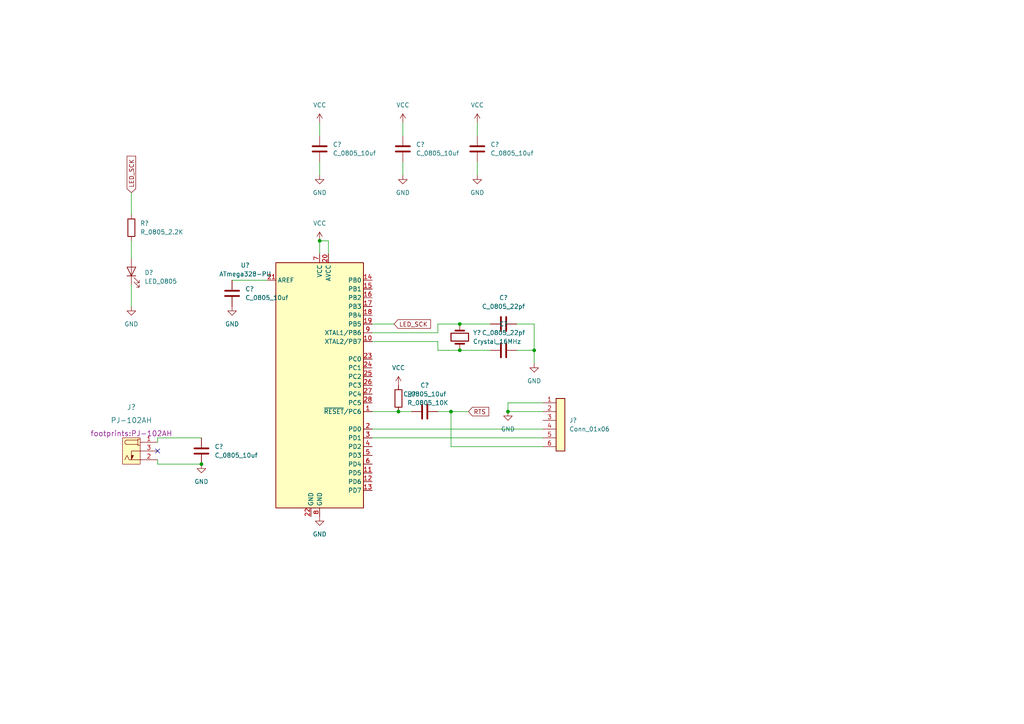
<source format=kicad_sch>
(kicad_sch (version 20211123) (generator eeschema)
  (paper "A4")
  (lib_symbols
    (symbol "HPS:ATmega328-PU"
      (property "Reference" "U" (at -11.43 39.37 0))
      (property "Value" "ATmega328-PU" (at -17.78 38.1 0))
      (symbol "ATmega328-PU_0_1"
        (rectangle (start -12.7 -35.56) (end 12.7 35.56) (stroke (width 0.254)) (fill (type background)))
      )
      (symbol "ATmega328-PU_1_1"
        (pin tri_state line (at 15.24 -7.62 180) (length 2.54) (name "~{RESET}/PC6") (number "1"))
        (pin tri_state line (at 15.24 12.7 180) (length 2.54) (name "XTAL2/PB7") (number "10"))
        (pin tri_state line (at 15.24 -25.4 180) (length 2.54) (name "PD5") (number "11"))
        (pin tri_state line (at 15.24 -27.94 180) (length 2.54) (name "PD6") (number "12"))
        (pin tri_state line (at 15.24 -30.48 180) (length 2.54) (name "PD7") (number "13"))
        (pin tri_state line (at 15.24 30.48 180) (length 2.54) (name "PB0") (number "14"))
        (pin tri_state line (at 15.24 27.94 180) (length 2.54) (name "PB1") (number "15"))
        (pin tri_state line (at 15.24 25.4 180) (length 2.54) (name "PB2") (number "16"))
        (pin tri_state line (at 15.24 22.86 180) (length 2.54) (name "PB3") (number "17"))
        (pin tri_state line (at 15.24 20.32 180) (length 2.54) (name "PB4") (number "18"))
        (pin tri_state line (at 15.24 17.78 180) (length 2.54) (name "PB5") (number "19"))
        (pin tri_state line (at 15.24 -12.7 180) (length 2.54) (name "PD0") (number "2"))
        (pin power_in line (at 2.54 38.1 270) (length 2.54) (name "AVCC") (number "20"))
        (pin passive line (at -15.24 30.48 0) (length 2.54) (name "AREF") (number "21"))
        (pin power_in line (at -2.54 -38.1 90) (length 2.54) (name "GND") (number "22"))
        (pin tri_state line (at 15.24 7.62 180) (length 2.54) (name "PC0") (number "23"))
        (pin tri_state line (at 15.24 5.08 180) (length 2.54) (name "PC1") (number "24"))
        (pin tri_state line (at 15.24 2.54 180) (length 2.54) (name "PC2") (number "25"))
        (pin tri_state line (at 15.24 0 180) (length 2.54) (name "PC3") (number "26"))
        (pin tri_state line (at 15.24 -2.54 180) (length 2.54) (name "PC4") (number "27"))
        (pin tri_state line (at 15.24 -5.08 180) (length 2.54) (name "PC5") (number "28"))
        (pin tri_state line (at 15.24 -15.24 180) (length 2.54) (name "PD1") (number "3"))
        (pin tri_state line (at 15.24 -17.78 180) (length 2.54) (name "PD2") (number "4"))
        (pin tri_state line (at 15.24 -20.32 180) (length 2.54) (name "PD3") (number "5"))
        (pin tri_state line (at 15.24 -22.86 180) (length 2.54) (name "PD4") (number "6"))
        (pin power_in line (at 0 38.1 270) (length 2.54) (name "VCC") (number "7"))
        (pin power_in line (at 0 -38.1 90) (length 2.54) (name "GND") (number "8"))
        (pin tri_state line (at 15.24 15.24 180) (length 2.54) (name "XTAL1/PB6") (number "9"))
      )
    )
    (symbol "HPS:C_0805_10uf" (pin_numbers hide) (pin_names (offset 0.254))
      (property "Reference" "C" (at 0.635 2.54 0))
      (property "Value" "C_0805_10uf" (at 0.635 -2.54 0))
      (symbol "C_0805_10uf_0_1"
        (polyline (pts (xy -2.032 -0.762) (xy 2.032 -0.762)) (stroke (width 0.508)))
        (polyline (pts (xy -2.032 0.762) (xy 2.032 0.762)) (stroke (width 0.508)))
      )
      (symbol "C_0805_10uf_1_1"
        (pin passive line (at 0 3.81 270) (length 2.794) (name "~") (number "1"))
        (pin passive line (at 0 -3.81 90) (length 2.794) (name "~") (number "2"))
      )
    )
    (symbol "HPS:C_0805_22pf" (pin_numbers hide) (pin_names (offset 0.254))
      (property "Reference" "C" (at 0.635 2.54 0))
      (property "Value" "C_0805_22pf" (at 0.635 -2.54 0))
      (symbol "C_0805_22pf_0_1"
        (polyline (pts (xy -2.032 -0.762) (xy 2.032 -0.762)) (stroke (width 0.508)))
        (polyline (pts (xy -2.032 0.762) (xy 2.032 0.762)) (stroke (width 0.508)))
      )
      (symbol "C_0805_22pf_1_1"
        (pin passive line (at 0 3.81 270) (length 2.794) (name "~") (number "1"))
        (pin passive line (at 0 -3.81 90) (length 2.794) (name "~") (number "2"))
      )
    )
    (symbol "HPS:Conn_01x06" (pin_names (offset 1.016) hide)
      (property "Reference" "J" (at 0 7.62 0))
      (property "Value" "Conn_01x06" (at 0 -10.16 0))
      (symbol "Conn_01x06_1_1"
        (rectangle (start -1.27 6.35) (end 1.27 -8.89) (stroke (width 0.254)) (fill (type background)))
        (pin passive line (at -5.08 5.08 0) (length 3.81) (name "Pin_1") (number "1"))
        (pin passive line (at -5.08 2.54 0) (length 3.81) (name "Pin_2") (number "2"))
        (pin passive line (at -5.08 0 0) (length 3.81) (name "Pin_3") (number "3"))
        (pin passive line (at -5.08 -2.54 0) (length 3.81) (name "Pin_4") (number "4"))
        (pin passive line (at -5.08 -5.08 0) (length 3.81) (name "Pin_5") (number "5"))
        (pin passive line (at -5.08 -7.62 0) (length 3.81) (name "Pin_6") (number "6"))
      )
    )
    (symbol "HPS:Crystal_16MHz" (pin_numbers hide) (pin_names (offset 1.016) hide)
      (property "Reference" "Y" (at 0 3.81 0))
      (property "Value" "Crystal_16MHz" (at 0 -3.81 0))
      (symbol "Crystal_16MHz_0_1"
        (rectangle (start -1.143 2.54) (end 1.143 -2.54) (stroke (width 0.3048)))
        (polyline (pts (xy -2.54 0) (xy -1.905 0)))
        (polyline (pts (xy -1.905 -1.27) (xy -1.905 1.27)) (stroke (width 0.508)))
        (polyline (pts (xy 1.905 -1.27) (xy 1.905 1.27)) (stroke (width 0.508)))
        (polyline (pts (xy 2.54 0) (xy 1.905 0)))
      )
      (symbol "Crystal_16MHz_1_1"
        (pin passive line (at -3.81 0 0) (length 1.27) (name "1") (number "1"))
        (pin passive line (at 3.81 0 180) (length 1.27) (name "2") (number "2"))
      )
    )
    (symbol "HPS:GND" (power) (pin_names (offset 0))
      (property "Value" "GND" (at 0 -3.81 0))
      (symbol "GND_0_1"
        (polyline (pts (xy 0 0) (xy 0 -1.27) (xy 1.27 -1.27) (xy 0 -2.54) (xy -1.27 -1.27) (xy 0 -1.27)))
      )
      (symbol "GND_1_1"
        (pin power_in line (at 0 0 270) (length 0) hide (name "GND") (number "1"))
      )
    )
    (symbol "HPS:LED_0805" (pin_numbers hide) (pin_names (offset 1.016) hide)
      (property "Reference" "D" (at 0 2.54 0))
      (property "Value" "LED_0805" (at 0 -2.54 0))
      (symbol "LED_0805_0_1"
        (polyline (pts (xy -1.27 -1.27) (xy -1.27 1.27)) (stroke (width 0.2032)))
        (polyline (pts (xy -1.27 0) (xy 1.27 0)))
        (polyline (pts (xy 1.27 -1.27) (xy 1.27 1.27) (xy -1.27 0) (xy 1.27 -1.27)) (stroke (width 0.2032)))
        (polyline (pts (xy -3.048 -0.762) (xy -4.572 -2.286) (xy -3.81 -2.286) (xy -4.572 -2.286) (xy -4.572 -1.524)))
        (polyline (pts (xy -1.778 -0.762) (xy -3.302 -2.286) (xy -2.54 -2.286) (xy -3.302 -2.286) (xy -3.302 -1.524)))
      )
      (symbol "LED_0805_1_1"
        (pin passive line (at -3.81 0 0) (length 2.54) (name "K") (number "1"))
        (pin passive line (at 3.81 0 180) (length 2.54) (name "A") (number "2"))
      )
    )
    (symbol "HPS:PJ-102AH" (pin_names (offset 1.016) hide)
      (property "Reference" "J" (at -2.54 5.08 0))
      (property "Value" "PJ-102AH" (at 0 -5.334 0))
      (property "Footprint" "footprints:PJ-102AH" (at 0 -7.874 0))
      (symbol "PJ-102AH_0_1"
        (arc (start -3.81 3.175) (mid -4.445 2.54) (end -3.81 1.905))
        (polyline (pts (xy -0.635 1.905) (xy -3.81 1.905)))
        (polyline (pts (xy -0.635 1.905) (xy -0.635 3.175)))
        (polyline (pts (xy -0.635 3.175) (xy -3.81 3.175)))
        (polyline (pts (xy -2.54 -1.27) (xy -2.54 0) (xy 0 0)))
        (polyline (pts (xy -0.635 1.905) (xy -0.635 1.651) (xy 0 1.651)))
        (polyline (pts (xy -0.635 3.175) (xy -0.635 3.429) (xy 0 3.429)))
        (polyline (pts (xy -2.54 -2.54) (xy -1.905 -1.27) (xy -2.54 -1.27) (xy -2.54 -2.54)) (fill (type outline)))
        (polyline (pts (xy 0 -2.54) (xy -3.175 -2.54) (xy -3.81 -1.27) (xy -4.445 -2.54)))
        (rectangle (start 0 3.81) (end -5.08 -3.81) (fill (type background)))
      )
      (symbol "PJ-102AH_1_1"
        (pin passive line (at 5.08 2.54 180) (length 5.08) (name "POLE") (number "1"))
        (pin passive line (at 5.08 -2.54 180) (length 5.08) (name "OUT") (number "2"))
        (pin passive line (at 5.08 0 180) (length 5.08) (name "OUT") (number "3"))
      )
    )
    (symbol "HPS:R_0805_10K" (pin_numbers hide) (pin_names (offset 0))
      (property "Reference" "R" (at 2.032 0 90))
      (property "Value" "R_0805_10K" (at -2.54 0 90))
      (symbol "R_0805_10K_0_1"
        (rectangle (start -1.016 -2.54) (end 1.016 2.54) (stroke (width 0.254)))
      )
      (symbol "R_0805_10K_1_1"
        (pin passive line (at 0 3.81 270) (length 1.27) (name "~") (number "1"))
        (pin passive line (at 0 -3.81 90) (length 1.27) (name "~") (number "2"))
      )
    )
    (symbol "HPS:R_0805_2.2K" (pin_numbers hide) (pin_names (offset 0))
      (property "Reference" "R" (at 2.032 0 90))
      (property "Value" "R_0805_2.2K" (at -2.54 0 90))
      (symbol "R_0805_2.2K_0_1"
        (rectangle (start -1.016 -2.54) (end 1.016 2.54) (stroke (width 0.254)))
      )
      (symbol "R_0805_2.2K_1_1"
        (pin passive line (at 0 3.81 270) (length 1.27) (name "~") (number "1"))
        (pin passive line (at 0 -3.81 90) (length 1.27) (name "~") (number "2"))
      )
    )
    (symbol "HPS:VCC" (power) (pin_names (offset 0))
      (property "Value" "VCC" (at 0 3.81 0))
      (symbol "VCC_0_1"
        (polyline (pts (xy -0.762 1.27) (xy 0 2.54)))
        (polyline (pts (xy 0 0) (xy 0 2.54)))
        (polyline (pts (xy 0 2.54) (xy 0.762 1.27)))
      )
      (symbol "VCC_1_1"
        (pin power_in line (at 0 0 90) (length 0) hide (name "VCC") (number "1"))
      )
    )
  )
  (junction (at 154.94 101.6))
  (junction (at 115.57 119.38))
  (junction (at 130.81 119.38))
  (junction (at 147.32 119.38))
  (junction (at 133.35 93.98))
  (junction (at 133.35 101.6))
  (junction (at 58.42 134.62))
  (junction (at 92.71 69.85))
  (no_connect (at 45.72 130.81))
  (wire (pts (xy 115.57 119.38) (xy 119.38 119.38)))
  (wire (pts (xy 45.72 134.62) (xy 58.42 134.62)))
  (wire (pts (xy 92.71 69.85) (xy 92.71 73.66)))
  (wire (pts (xy 149.86 93.98) (xy 154.94 93.98)))
  (wire (pts (xy 107.95 127) (xy 157.48 127)))
  (wire (pts (xy 130.81 129.54) (xy 157.48 129.54)))
  (wire (pts (xy 127 101.6) (xy 133.35 101.6)))
  (wire (pts (xy 130.81 119.38) (xy 130.81 129.54)))
  (wire (pts (xy 116.84 46.99) (xy 116.84 50.8)))
  (wire (pts (xy 92.71 35.56) (xy 92.71 39.37)))
  (wire (pts (xy 107.95 119.38) (xy 115.57 119.38)))
  (wire (pts (xy 107.95 96.52) (xy 127 96.52)))
  (wire (pts (xy 107.95 124.46) (xy 157.48 124.46)))
  (wire (pts (xy 135.89 119.38) (xy 130.81 119.38)))
  (wire (pts (xy 133.35 101.6) (xy 142.24 101.6)))
  (wire (pts (xy 127 96.52) (xy 127 93.98)))
  (wire (pts (xy 38.1 69.85) (xy 38.1 74.93)))
  (wire (pts (xy 157.48 116.84) (xy 147.32 116.84)))
  (wire (pts (xy 127 93.98) (xy 133.35 93.98)))
  (wire (pts (xy 149.86 101.6) (xy 154.94 101.6)))
  (wire (pts (xy 147.32 116.84) (xy 147.32 119.38)))
  (wire (pts (xy 147.32 119.38) (xy 157.48 119.38)))
  (wire (pts (xy 38.1 55.88) (xy 38.1 62.23)))
  (wire (pts (xy 154.94 101.6) (xy 154.94 105.41)))
  (wire (pts (xy 114.3 93.98) (xy 107.95 93.98)))
  (wire (pts (xy 38.1 82.55) (xy 38.1 88.9)))
  (wire (pts (xy 138.43 35.56) (xy 138.43 39.37)))
  (wire (pts (xy 127 119.38) (xy 130.81 119.38)))
  (wire (pts (xy 107.95 99.06) (xy 127 99.06)))
  (wire (pts (xy 45.72 128.27) (xy 45.72 127)))
  (wire (pts (xy 154.94 93.98) (xy 154.94 101.6)))
  (wire (pts (xy 127 99.06) (xy 127 101.6)))
  (wire (pts (xy 138.43 46.99) (xy 138.43 50.8)))
  (wire (pts (xy 45.72 133.35) (xy 45.72 134.62)))
  (wire (pts (xy 45.72 127) (xy 58.42 127)))
  (wire (pts (xy 67.31 81.28) (xy 77.47 81.28)))
  (wire (pts (xy 133.35 93.98) (xy 142.24 93.98)))
  (wire (pts (xy 92.71 69.85) (xy 95.25 69.85)))
  (wire (pts (xy 95.25 69.85) (xy 95.25 73.66)))
  (wire (pts (xy 116.84 35.56) (xy 116.84 39.37)))
  (wire (pts (xy 92.71 46.99) (xy 92.71 50.8)))
  (global_label "RTS" (shape input) (at 135.89 119.38 0) (property "Intersheet References" "${INTERSHEET_REFS}" (effects hide)))
  (global_label "LED_SCK" (shape input) (at 38.1 55.88 90) (property "Intersheet References" "${INTERSHEET_REFS}" (effects hide)))
  (global_label "LED_SCK" (shape input) (at 114.3 93.98 0) (property "Intersheet References" "${INTERSHEET_REFS}" (effects hide)))
  (symbol (lib_id "HPS:GND") (at 38.1 88.9 0) (unit 1)
    (property "Reference" "#PWR?" (effects hide))
    (property "Value" "GND" (at 38.1 93.98 0))
  )
  (symbol (lib_id "HPS:Conn_01x06") (at 162.56 121.92 0) (unit 1)
    (property "Reference" "J?" (at 165.1 121.9199 0) (effects (justify left)))
    (property "Value" "Conn_01x06" (at 165.1 124.4599 0) (effects (justify left)))
    (property "Footprint" "footprints:PinHeader_1x06_P2.54mm_Vertical" (effects hide))
    (property "Datasheet" "https://www.we-online.de/katalog/datasheet/6130xx11121.pdf" (effects hide))
    (property "MFG" "Würth Elektronik" (effects hide))
    (property "MPN" "61300611121" (effects hide))
    (property "Digikey PN" "732-5319-ND" (effects hide))
    (property "Mouser PN" "N/A" (effects hide))
  )
  (symbol (lib_id "HPS:C_0805_10uf") (at 67.31 85.09 0) (unit 1)
    (property "Reference" "C?" (at 71.12 83.8199 0) (effects (justify left)))
    (property "Value" "C_0805_10uf" (at 71.12 86.3599 0) (effects (justify left)))
    (property "Footprint" "footprints:C_0805_2012Metric" (effects hide))
    (property "Datasheet" "https://search.murata.co.jp/Ceramy/image/img/A01X/G101/ENG/GRM21BR61E106KA73-01.pdf" (effects hide))
    (property "MFG" "Murata Electronics" (effects hide))
    (property "MPN" "GRM21BR61E106KA73L" (effects hide))
    (property "Digikey PN" "490-5523-1-ND" (effects hide))
    (property "Mouser PN" "N/A" (effects hide))
    (property "Voltage" "N/A" (effects hide))
    (property "Dielectric" "N/A" (effects hide))
    (property "Tolerance" "N/A" (effects hide))
  )
  (symbol (lib_id "HPS:R_0805_2.2K") (at 38.1 66.04 0) (unit 1)
    (property "Reference" "R?" (at 40.64 64.7699 0) (effects (justify left)))
    (property "Value" "R_0805_2.2K" (at 40.64 67.3099 0) (effects (justify left)))
    (property "Footprint" "footprints:R_0805_2012Metric" (effects hide))
    (property "Datasheet" "https://www.digikey.com/en/products/detail/yageo/RC0805FR-072K2L/727676" (effects hide))
    (property "MFG" "N/A" (effects hide))
    (property "MPN" "N/A" (effects hide))
    (property "Digikey PN" "311-2.20KCRCT-ND" (effects hide))
    (property "Mouser PN" "N/A" (effects hide))
    (property "Power" "N/A" (effects hide))
    (property "Tolerance" "N/A" (effects hide))
  )
  (symbol (lib_id "HPS:ATmega328-PU") (at 92.71 111.76 0) (unit 1)
    (property "Reference" "U?" (at 71.12 76.9493 0))
    (property "Value" "ATmega328-PU" (at 71.12 79.4893 0))
    (property "Footprint" "footprints:DIP-28_W7.62mm" (effects hide))
    (property "Datasheet" "http://www.microchip.com/mymicrochip/filehandler.aspx?ddocname=en608326" (effects hide))
    (property "MFG" "On Shore Technology Inc." (effects hide))
    (property "MPN" "ED281DT" (effects hide))
    (property "Digikey PN" "ED3050-5-ND" (effects hide))
    (property "Mouser PN" "N/A" (effects hide))
  )
  (symbol (lib_id "HPS:GND") (at 92.71 50.8 0) (unit 1)
    (property "Reference" "#PWR?" (effects hide))
    (property "Value" "GND" (at 92.71 55.88 0))
  )
  (symbol (lib_id "HPS:GND") (at 67.31 88.9 0) (unit 1)
    (property "Reference" "#PWR?" (effects hide))
    (property "Value" "GND" (at 67.31 93.98 0))
  )
  (symbol (lib_id "HPS:LED_0805") (at 38.1 78.74 90) (unit 1)
    (property "Reference" "D?" (at 41.91 79.0701 90) (effects (justify right)))
    (property "Value" "LED_0805" (at 41.91 81.6101 90) (effects (justify right)))
    (property "Footprint" "footprints:LED_0805_2012Metric" (effects hide))
    (property "Datasheet" "https://www.we-online.de/katalog/datasheet/150080RS75000.pdf" (effects hide))
    (property "MFG" "Würth Elektronik" (effects hide))
    (property "MPN" "150080RS75000" (effects hide))
    (property "Digikey PN" "732-4984-1-ND" (effects hide))
    (property "Mouser PN" "N/A" (effects hide))
  )
  (symbol (lib_id "HPS:GND") (at 154.94 105.41 0) (unit 1)
    (property "Reference" "#PWR?" (effects hide))
    (property "Value" "GND" (at 154.94 110.49 0))
  )
  (symbol (lib_id "HPS:GND") (at 58.42 134.62 0) (unit 1)
    (property "Reference" "#PWR?" (effects hide))
    (property "Value" "GND" (at 58.42 139.7 0))
  )
  (symbol (lib_id "HPS:VCC") (at 92.71 35.56 0) (unit 1)
    (property "Reference" "#PWR?" (effects hide))
    (property "Value" "VCC" (at 92.71 30.48 0))
  )
  (symbol (lib_id "HPS:VCC") (at 116.84 35.56 0) (unit 1)
    (property "Reference" "#PWR?" (effects hide))
    (property "Value" "VCC" (at 116.84 30.48 0))
  )
  (symbol (lib_id "HPS:VCC") (at 92.71 69.85 0) (unit 1)
    (property "Reference" "#PWR?" (effects hide))
    (property "Value" "VCC" (at 92.71 64.77 0))
  )
  (symbol (lib_id "HPS:VCC") (at 115.57 111.76 0) (unit 1)
    (property "Reference" "#PWR?" (effects hide))
    (property "Value" "VCC" (at 115.57 106.68 0))
  )
  (symbol (lib_id "HPS:C_0805_10uf") (at 116.84 43.18 0) (unit 1)
    (property "Reference" "C?" (at 120.65 41.9099 0) (effects (justify left)))
    (property "Value" "C_0805_10uf" (at 120.65 44.4499 0) (effects (justify left)))
    (property "Footprint" "footprints:C_0805_2012Metric" (effects hide))
    (property "Datasheet" "https://search.murata.co.jp/Ceramy/image/img/A01X/G101/ENG/GRM21BR61E106KA73-01.pdf" (effects hide))
    (property "MFG" "Murata Electronics" (effects hide))
    (property "MPN" "GRM21BR61E106KA73L" (effects hide))
    (property "Digikey PN" "490-5523-1-ND" (effects hide))
    (property "Mouser PN" "N/A" (effects hide))
    (property "Voltage" "N/A" (effects hide))
    (property "Dielectric" "N/A" (effects hide))
    (property "Tolerance" "N/A" (effects hide))
  )
  (symbol (lib_id "HPS:GND") (at 92.71 149.86 0) (unit 1)
    (property "Reference" "#PWR?" (effects hide))
    (property "Value" "GND" (at 92.71 154.94 0))
  )
  (symbol (lib_id "HPS:Crystal_16MHz") (at 133.35 97.79 90) (unit 1)
    (property "Reference" "Y?" (at 137.16 96.5199 90) (effects (justify right)))
    (property "Value" "Crystal_16MHz" (at 137.16 99.0599 90) (effects (justify right)))
    (property "Footprint" "footprints:Crystal_SMD_HC49-SD" (effects hide))
    (property "Datasheet" "https://ecsxtal.com/store/pdf/csm-7x-dn.pdf" (effects hide))
    (property "MFG" "ECS Inc." (effects hide))
    (property "MPN" "ECS-160-20-5PXDN-TR" (effects hide))
    (property "Digikey PN" "XC1299CT-ND" (effects hide))
    (property "Mouser PN" "N/A" (effects hide))
  )
  (symbol (lib_id "HPS:PJ-102AH") (at 40.64 130.81 0) (unit 1)
    (property "Reference" "J?" (at 38.1 118.11 0) (effects (font (size 1.524 1.524))))
    (property "Value" "PJ-102AH" (at 38.1 121.92 0) (effects (font (size 1.524 1.524))))
    (property "Footprint" "footprints:PJ-102AH" (at 38.1 125.73 0) (effects (font (size 1.524 1.524))))
    (property "Datasheet" "https://www.cuidevices.com/product/resource/pj-102ah.pdf" (effects hide))
    (property "MFG" "CUI Devices" (effects hide))
    (property "MPN" "PJ-102AH" (effects hide))
    (property "Digikey PN" "CP-102AH-ND" (effects hide))
    (property "Mouser PN" "490-PJ-102AH" (effects hide))
  )
  (symbol (lib_id "HPS:R_0805_10K") (at 115.57 115.57 0) (unit 1)
    (property "Reference" "R?" (at 118.11 114.2999 0) (effects (justify left)))
    (property "Value" "R_0805_10K" (at 118.11 116.8399 0) (effects (justify left)))
    (property "Footprint" "footprints:R_0805_2012Metric" (effects hide))
    (property "Datasheet" "https://www.digikey.com/en/products/detail/yageo/RC0805FR-0710KL/727535" (effects hide))
    (property "MFG" "Yageo" (effects hide))
    (property "MPN" "RC0805FR-0710KL" (effects hide))
    (property "Digikey PN" "311-10.0KCRCT-ND" (effects hide))
    (property "Mouser PN" "N/A" (effects hide))
    (property "Power" "N/A" (effects hide))
    (property "Tolerance" "N/A" (effects hide))
  )
  (symbol (lib_id "HPS:C_0805_22pf") (at 146.05 93.98 90) (unit 1)
    (property "Reference" "C?" (at 146.05 86.36 90))
    (property "Value" "C_0805_22pf" (at 146.05 88.9 90))
    (property "Footprint" "footprints:C_0805_2012Metric" (effects hide))
    (property "Datasheet" "https://www.yageo.com/upload/media/product/productsearch/datasheet/mlcc/UPY-GP_NP0_16V-to-50V_18.pdf" (effects hide))
    (property "MFG" "Yageo" (effects hide))
    (property "MPN" "CC0805JRNPO9BN220" (effects hide))
    (property "Digikey PN" "311-1103-1-ND" (effects hide))
    (property "Mouser PN" "N/A" (effects hide))
    (property "Voltage" "N/A" (effects hide))
    (property "Dielectric" "N/A" (effects hide))
    (property "Tolerance" "N/A" (effects hide))
  )
  (symbol (lib_id "HPS:GND") (at 147.32 119.38 0) (unit 1)
    (property "Reference" "#PWR?" (effects hide))
    (property "Value" "GND" (at 147.32 124.46 0))
  )
  (symbol (lib_id "HPS:C_0805_22pf") (at 146.05 101.6 90) (unit 1)
    (property "Reference" "C?" (at 146.05 93.98 90))
    (property "Value" "C_0805_22pf" (at 146.05 96.52 90))
    (property "Footprint" "footprints:C_0805_2012Metric" (effects hide))
    (property "Datasheet" "https://www.yageo.com/upload/media/product/productsearch/datasheet/mlcc/UPY-GP_NP0_16V-to-50V_18.pdf" (effects hide))
    (property "MFG" "Yageo" (effects hide))
    (property "MPN" "CC0805JRNPO9BN220" (effects hide))
    (property "Digikey PN" "311-1103-1-ND" (effects hide))
    (property "Mouser PN" "N/A" (effects hide))
    (property "Voltage" "N/A" (effects hide))
    (property "Dielectric" "N/A" (effects hide))
    (property "Tolerance" "N/A" (effects hide))
  )
  (symbol (lib_id "HPS:GND") (at 116.84 50.8 0) (unit 1)
    (property "Reference" "#PWR?" (effects hide))
    (property "Value" "GND" (at 116.84 55.88 0))
  )
  (symbol (lib_id "HPS:C_0805_10uf") (at 138.43 43.18 0) (unit 1)
    (property "Reference" "C?" (at 142.24 41.9099 0) (effects (justify left)))
    (property "Value" "C_0805_10uf" (at 142.24 44.4499 0) (effects (justify left)))
    (property "Footprint" "footprints:C_0805_2012Metric" (effects hide))
    (property "Datasheet" "https://search.murata.co.jp/Ceramy/image/img/A01X/G101/ENG/GRM21BR61E106KA73-01.pdf" (effects hide))
    (property "MFG" "Murata Electronics" (effects hide))
    (property "MPN" "GRM21BR61E106KA73L" (effects hide))
    (property "Digikey PN" "490-5523-1-ND" (effects hide))
    (property "Mouser PN" "N/A" (effects hide))
    (property "Voltage" "N/A" (effects hide))
    (property "Dielectric" "N/A" (effects hide))
    (property "Tolerance" "N/A" (effects hide))
  )
  (symbol (lib_id "HPS:VCC") (at 138.43 35.56 0) (unit 1)
    (property "Reference" "#PWR?" (effects hide))
    (property "Value" "VCC" (at 138.43 30.48 0))
  )
  (symbol (lib_id "HPS:GND") (at 138.43 50.8 0) (unit 1)
    (property "Reference" "#PWR?" (effects hide))
    (property "Value" "GND" (at 138.43 55.88 0))
  )
  (symbol (lib_id "HPS:C_0805_10uf") (at 123.19 119.38 90) (unit 1)
    (property "Reference" "C?" (at 123.19 111.76 90))
    (property "Value" "C_0805_10uf" (at 123.19 114.3 90))
    (property "Footprint" "footprints:C_0805_2012Metric" (effects hide))
    (property "Datasheet" "https://search.murata.co.jp/Ceramy/image/img/A01X/G101/ENG/GRM21BR61E106KA73-01.pdf" (effects hide))
    (property "MFG" "Murata Electronics" (effects hide))
    (property "MPN" "GRM21BR61E106KA73L" (effects hide))
    (property "Digikey PN" "490-5523-1-ND" (effects hide))
    (property "Mouser PN" "N/A" (effects hide))
    (property "Voltage" "N/A" (effects hide))
    (property "Dielectric" "N/A" (effects hide))
    (property "Tolerance" "N/A" (effects hide))
  )
  (symbol (lib_id "HPS:C_0805_10uf") (at 92.71 43.18 0) (unit 1)
    (property "Reference" "C?" (at 96.52 41.9099 0) (effects (justify left)))
    (property "Value" "C_0805_10uf" (at 96.52 44.4499 0) (effects (justify left)))
    (property "Footprint" "footprints:C_0805_2012Metric" (effects hide))
    (property "Datasheet" "https://search.murata.co.jp/Ceramy/image/img/A01X/G101/ENG/GRM21BR61E106KA73-01.pdf" (effects hide))
    (property "MFG" "Murata Electronics" (effects hide))
    (property "MPN" "GRM21BR61E106KA73L" (effects hide))
    (property "Digikey PN" "490-5523-1-ND" (effects hide))
    (property "Mouser PN" "N/A" (effects hide))
    (property "Voltage" "N/A" (effects hide))
    (property "Dielectric" "N/A" (effects hide))
    (property "Tolerance" "N/A" (effects hide))
  )
  (symbol (lib_id "HPS:C_0805_10uf") (at 58.42 130.81 0) (unit 1)
    (property "Reference" "C?" (at 62.23 129.5399 0) (effects (justify left)))
    (property "Value" "C_0805_10uf" (at 62.23 132.0799 0) (effects (justify left)))
    (property "Footprint" "footprints:C_0805_2012Metric" (effects hide))
    (property "Datasheet" "https://search.murata.co.jp/Ceramy/image/img/A01X/G101/ENG/GRM21BR61E106KA73-01.pdf" (effects hide))
    (property "MFG" "Murata Electronics" (effects hide))
    (property "MPN" "GRM21BR61E106KA73L" (effects hide))
    (property "Digikey PN" "490-5523-1-ND" (effects hide))
    (property "Mouser PN" "N/A" (effects hide))
    (property "Voltage" "N/A" (effects hide))
    (property "Dielectric" "N/A" (effects hide))
    (property "Tolerance" "N/A" (effects hide))
  )
)
</source>
